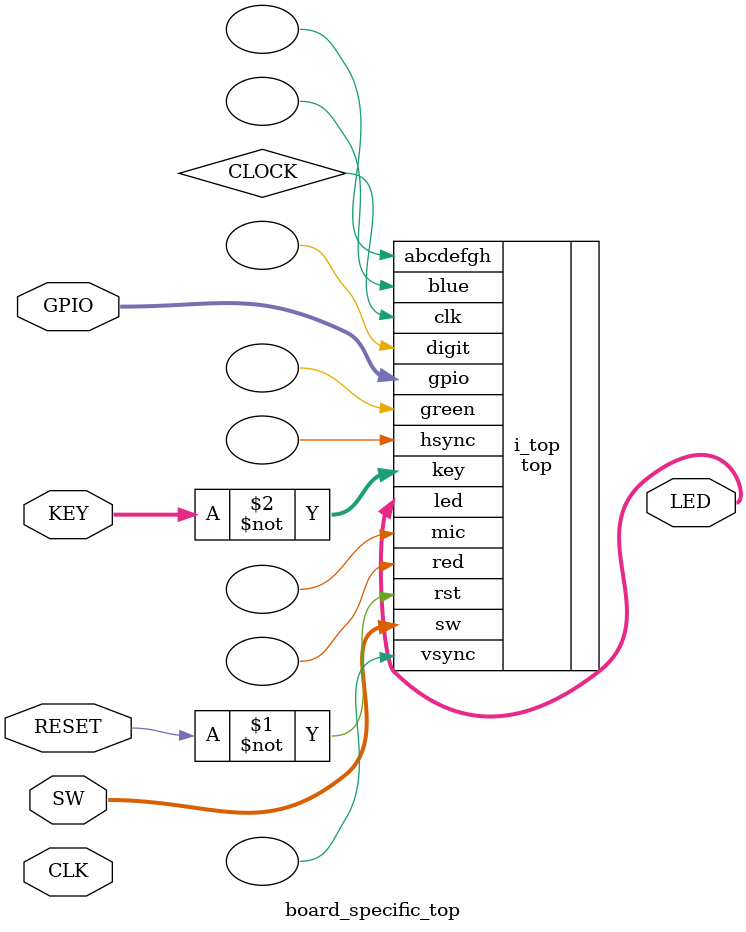
<source format=sv>

module board_specific_top
# (
    parameter   clk_mhz = 27,
                w_key   = 5,
                w_sw    = 5,
                w_led   = 6,
                w_digit = 0,
                w_gpio  = 64         
)
(
    input                   CLK,
    input                   RESET,

    input  [w_key   - 1:0]  KEY,
    input  [w_sw    - 1:0]  SW,
    
    output [w_led   - 1:0]  LED,

    inout  [w_gpio  - 1:0]  GPIO
);

    //------------------------------------------------------------------------

    top
    # (
        .clk_mhz ( clk_mhz ),
        .w_key   ( w_key   ),
        .w_sw    ( w_sw    ),
        .w_led   ( w_led   ),
        .w_digit ( w_digit ),
        .w_gpio  ( w_gpio  )
    )
    i_top
    (
        .clk      (   CLOCK        ),
        .rst      ( ~ RESET        ),

        .key      ( ~ KEY          ),
        .sw       (   SW           ),

        .led      (   LED          ),

        .abcdefgh (                ),
        .digit    (                ),

        .vsync    (                ),
        .hsync    (                ),

        .red      (                ),
        .green    (                ),
        .blue     (                ),

        .mic      (                ),
        .gpio     (   GPIO         )
    );

endmodule
</source>
